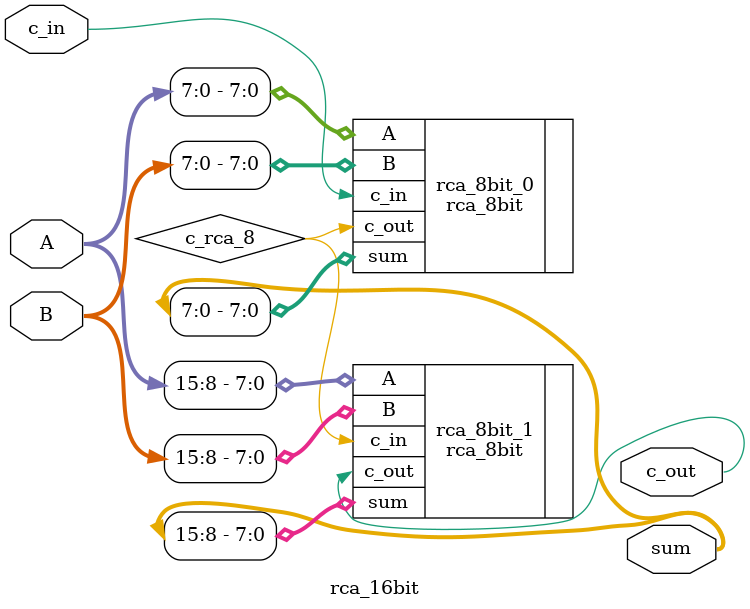
<source format=v>
`timescale 1ps/1ps
module rca_16bit (
    input [15:0] A,
    input [15:0] B,
    input c_in,
    output [15:0] sum,
    output c_out
);  
    wire c_rca_8;
    
    rca_8bit rca_8bit_0(.A(A[7:0]), .B(B[7:0]), .c_in(c_in), .sum(sum[7:0]), .c_out(c_rca_8));
    rca_8bit rca_8bit_1(.A(A[15:8]), .B(B[15:8]), .c_in(c_rca_8), .sum(sum[15:8]), .c_out(c_out));
endmodule

</source>
